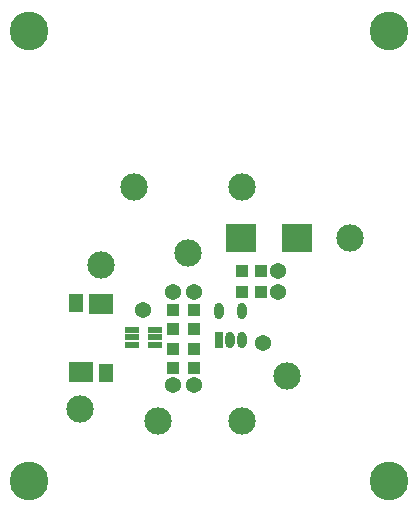
<source format=gts>
%FSLAX25Y25*%
%MOIN*%
G70*
G01*
G75*
G04 Layer_Color=8388736*
%ADD10R,0.04134X0.01575*%
%ADD11R,0.03937X0.03740*%
%ADD12R,0.03740X0.03937*%
%ADD13O,0.02756X0.05118*%
%ADD14R,0.02756X0.05118*%
%ADD15R,0.10039X0.09055*%
%ADD16R,0.04488X0.05512*%
%ADD17R,0.07874X0.06496*%
%ADD18C,0.02000*%
%ADD19C,0.01500*%
%ADD20C,0.01000*%
%ADD21C,0.06000*%
%ADD22C,0.08700*%
%ADD23C,0.12500*%
%ADD24C,0.05000*%
%ADD25C,0.00799*%
%ADD26C,0.00984*%
%ADD27C,0.00787*%
%ADD28C,0.00700*%
%ADD29C,0.00800*%
%ADD30R,0.04534X0.01975*%
%ADD31R,0.04337X0.04140*%
%ADD32R,0.04140X0.04337*%
%ADD33O,0.03156X0.05518*%
%ADD34R,0.03156X0.05518*%
%ADD35R,0.10439X0.09455*%
%ADD36R,0.04888X0.05912*%
%ADD37R,0.08274X0.06896*%
%ADD38C,0.09100*%
%ADD39C,0.12900*%
%ADD40C,0.05400*%
D30*
X61740Y65441D02*
D03*
Y68000D02*
D03*
Y70559D02*
D03*
X54260D02*
D03*
Y68000D02*
D03*
Y65441D02*
D03*
D31*
X97150Y90000D02*
D03*
X90850D02*
D03*
X97150Y83000D02*
D03*
X90850D02*
D03*
D32*
X68000Y77150D02*
D03*
Y70850D02*
D03*
X75000Y77150D02*
D03*
Y70850D02*
D03*
Y64150D02*
D03*
Y57850D02*
D03*
X68000Y64150D02*
D03*
Y57850D02*
D03*
D33*
X83260Y76724D02*
D03*
X90740D02*
D03*
Y67276D02*
D03*
X87000D02*
D03*
D34*
X83260D02*
D03*
D35*
X90650Y101000D02*
D03*
X109350D02*
D03*
D36*
X35490Y79488D02*
D03*
X45481Y56046D02*
D03*
D37*
X43777Y79000D02*
D03*
X37194Y56533D02*
D03*
D38*
X44000Y92000D02*
D03*
X106000Y55000D02*
D03*
X127000Y101000D02*
D03*
X91000Y40000D02*
D03*
X55000Y118000D02*
D03*
X37000Y44000D02*
D03*
X91000Y118000D02*
D03*
X73000Y96000D02*
D03*
X63000Y40000D02*
D03*
D39*
X140000Y20000D02*
D03*
X20000D02*
D03*
X140000Y170000D02*
D03*
X20000D02*
D03*
D40*
X75000Y83000D02*
D03*
X68000D02*
D03*
X58000Y77000D02*
D03*
X103000Y90000D02*
D03*
Y83000D02*
D03*
X98000Y66000D02*
D03*
X75000Y52000D02*
D03*
X68000D02*
D03*
M02*

</source>
